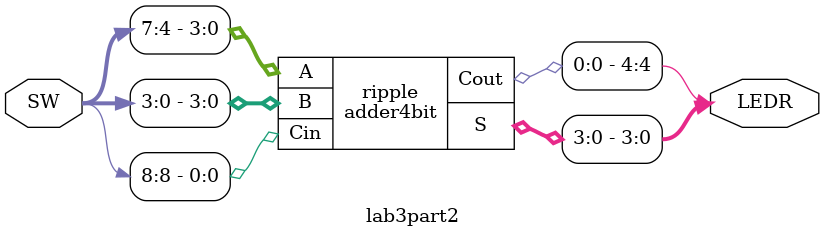
<source format=v>


module fullAdder (input a, b, Cin, output s, Cout);//code for one adder module

	assign s = Cin^a^b;//^ is the XOR operator
	assign Cout = (a&b)| (Cin&a)| (Cin&b);//outputs the value for carry if one of these 3 conditions are met
	
endmodule


module adder4bit(input [3:0]A,input [3:0]B, input Cin, output [3:0]S, output Cout);
	
	wire w1, w2, w3;
	
	fullAdder add1(.a(A[0]), .b(B[0]), .Cin(Cin), .s(S[0]), .Cout(w1));
	fullAdder add2(.a(A[1]), .b(B[1]), .Cin(w1), .s(S[1]), .Cout(w2));
	fullAdder add3(.a(A[2]), .b(B[2]), .Cin(w2), .s(S[2]), .Cout(w3));
	fullAdder add4(.a(A[3]), .b(B[3]), .Cin(w3), .s(S[3]), .Cout(Cout));

endmodule

module lab3part2(input [8:0]SW,output [4:0]LEDR);
	
	adder4bit ripple(.A(SW[7:4]),.B(SW[3:0]),.Cin(SW[8]),.S(LEDR[3:0]),.Cout(LEDR[4]));
	
endmodule
	
</source>
